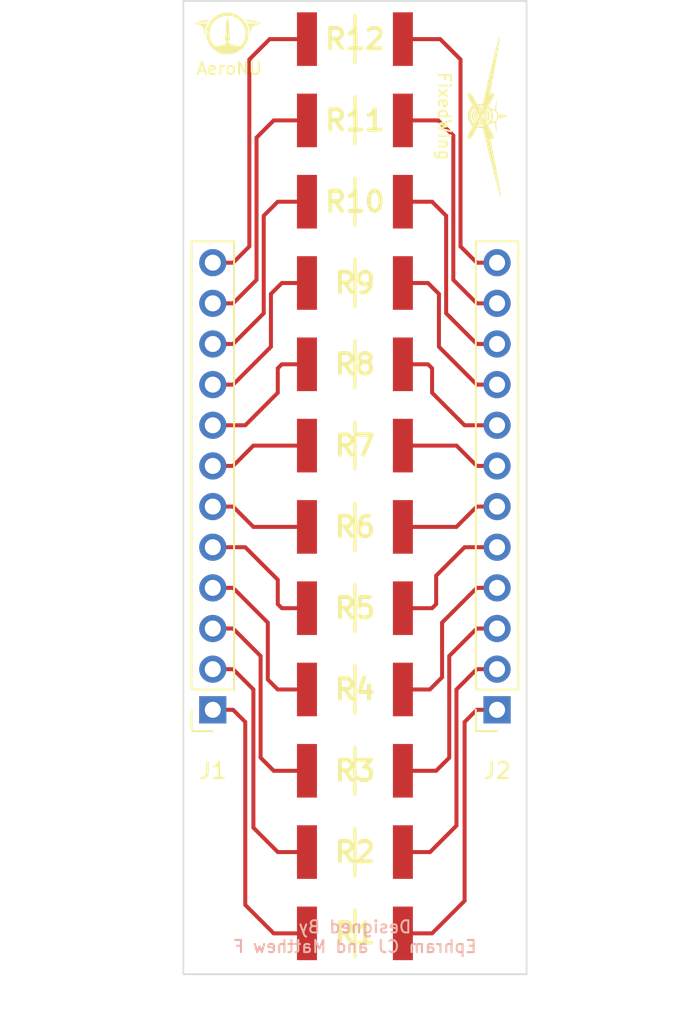
<source format=kicad_pcb>
(kicad_pcb (version 20221018) (generator pcbnew)
  (layers (0 "F.Cu" signal) (31 "B.Cu" signal) (34 "B.Paste" user) (35 "F.Paste" user) (36 "B.SilkS" user "B.Silkscreen") (37 "F.SilkS" user "F.Silkscreen") (38 "B.Mask" user) (39 "F.Mask" user) (44 "Edge.Cuts" user))
  (net 0 "")
  (net 1 "Net-(J1-Pin_1)")
  (net 2 "Net-(J1-Pin_2)")
  (net 3 "Net-(J1-Pin_3)")
  (net 4 "Net-(J1-Pin_4)")
  (net 5 "Net-(J1-Pin_5)")
  (net 6 "Net-(J1-Pin_6)")
  (net 7 "Net-(J1-Pin_7)")
  (net 8 "Net-(J1-Pin_8)")
  (net 9 "Net-(J1-Pin_9)")
  (net 10 "Net-(J1-Pin_10)")
  (net 11 "Net-(J1-Pin_11)")
  (net 12 "Net-(J1-Pin_12)")
  (net 13 "Net-(J2-Pin_1)")
  (net 14 "Net-(J2-Pin_2)")
  (net 15 "Net-(J2-Pin_3)")
  (net 16 "Net-(J2-Pin_4)")
  (net 17 "Net-(J2-Pin_5)")
  (net 18 "Net-(J2-Pin_6)")
  (net 19 "Net-(J2-Pin_7)")
  (net 20 "Net-(J2-Pin_8)")
  (net 21 "Net-(J2-Pin_9)")
  (net 22 "Net-(J2-Pin_10)")
  (net 23 "Net-(J2-Pin_11)")
  (net 24 "Net-(J2-Pin_12)")
  (footprint "FixedWing Symbols:RESC6332X70N" (layer "F.Cu") (at 161.29 97.79)
    (fp_text reference "R5" (at 0 0) (layer "F.SilkS") (effects (font (size 1.27 1.27) (thickness 0.254))))
    (fp_text value "33Ω" hide)
    (pad "1" smd rect (at -3 0) (size 1.25 3.35) (layers "F.Cu" "F.Paste" "F.Mask") (net 5 "Net-(J1-Pin_5)"))
    (pad "2" smd rect (at 3 0) (size 1.25 3.35) (layers "F.Cu" "F.Paste" "F.Mask") (net 17 "Net-(J2-Pin_5)"))
  )
  (footprint "FixedWing:AeroNU - Logo (Smol)" (layer "F.Cu") (at 153.456838 64.647988)
    (fp_text reference "AeroNU" hide)
    (fp_text value "LOGO" hide)
  )
  (footprint "FixedWing Symbols:RESC6332X70N" (layer "F.Cu") (at 161.29 82.55)
    (fp_text reference "R8" (at 0 0) (layer "F.SilkS") (effects (font (size 1.27 1.27) (thickness 0.254))))
    (fp_text value "33Ω" hide)
    (pad "1" smd rect (at -3 0) (size 1.25 3.35) (layers "F.Cu" "F.Paste" "F.Mask") (net 8 "Net-(J1-Pin_8)"))
    (pad "2" smd rect (at 3 0) (size 1.25 3.35) (layers "F.Cu" "F.Paste" "F.Mask") (net 20 "Net-(J2-Pin_8)"))
  )
  (footprint "Connector_PinSocket_2.54mm:PinSocket_1x12_P2.54mm_Vertical" (layer "F.Cu") (at 152.4 104.14 180)
    (fp_text reference "J1" (at 0 -3.81) (layer "F.SilkS"))
    (fp_text value "Conn_01x12")
    (pad "1" thru_hole rect (at 0 0 180) (size 1.7 1.7) (drill 1) (layers "*.Cu" "*.Mask") (net 1 "Net-(J1-Pin_1)"))
    (pad "2" thru_hole oval (at 0 2.54 180) (size 1.7 1.7) (drill 1) (layers "*.Cu" "*.Mask") (net 2 "Net-(J1-Pin_2)"))
    (pad "3" thru_hole oval (at 0 5.08 180) (size 1.7 1.7) (drill 1) (layers "*.Cu" "*.Mask") (net 3 "Net-(J1-Pin_3)"))
    (pad "4" thru_hole oval (at 0 7.62 180) (size 1.7 1.7) (drill 1) (layers "*.Cu" "*.Mask") (net 4 "Net-(J1-Pin_4)"))
    (pad "5" thru_hole oval (at 0 10.16 180) (size 1.7 1.7) (drill 1) (layers "*.Cu" "*.Mask") (net 5 "Net-(J1-Pin_5)"))
    (pad "6" thru_hole oval (at 0 12.7 180) (size 1.7 1.7) (drill 1) (layers "*.Cu" "*.Mask") (net 6 "Net-(J1-Pin_6)"))
    (pad "7" thru_hole oval (at 0 15.24 180) (size 1.7 1.7) (drill 1) (layers "*.Cu" "*.Mask") (net 7 "Net-(J1-Pin_7)"))
    (pad "8" thru_hole oval (at 0 17.78 180) (size 1.7 1.7) (drill 1) (layers "*.Cu" "*.Mask") (net 8 "Net-(J1-Pin_8)"))
    (pad "9" thru_hole oval (at 0 20.32 180) (size 1.7 1.7) (drill 1) (layers "*.Cu" "*.Mask") (net 9 "Net-(J1-Pin_9)"))
    (pad "10" thru_hole oval (at 0 22.86 180) (size 1.7 1.7) (drill 1) (layers "*.Cu" "*.Mask") (net 10 "Net-(J1-Pin_10)"))
    (pad "11" thru_hole oval (at 0 25.4 180) (size 1.7 1.7) (drill 1) (layers "*.Cu" "*.Mask") (net 11 "Net-(J1-Pin_11)"))
    (pad "12" thru_hole oval (at 0 27.94 180) (size 1.7 1.7) (drill 1) (layers "*.Cu" "*.Mask") (net 12 "Net-(J1-Pin_12)"))
  )
  (footprint "FixedWing Symbols:RESC6332X70N" (layer "F.Cu") (at 161.29 77.47)
    (fp_text reference "R9" (at 0 0) (layer "F.SilkS") (effects (font (size 1.27 1.27) (thickness 0.254))))
    (fp_text value "33Ω" hide)
    (pad "1" smd rect (at -3 0) (size 1.25 3.35) (layers "F.Cu" "F.Paste" "F.Mask") (net 9 "Net-(J1-Pin_9)"))
    (pad "2" smd rect (at 3 0) (size 1.25 3.35) (layers "F.Cu" "F.Paste" "F.Mask") (net 21 "Net-(J2-Pin_9)"))
  )
  (footprint "FixedWing Symbols:RESC6332X70N" (layer "F.Cu") (at 161.29 72.39)
    (fp_text reference "R10" (at 0 0) (layer "F.SilkS") (effects (font (size 1.27 1.27) (thickness 0.254))))
    (fp_text value "33Ω" hide)
    (pad "1" smd rect (at -3 0) (size 1.25 3.35) (layers "F.Cu" "F.Paste" "F.Mask") (net 10 "Net-(J1-Pin_10)"))
    (pad "2" smd rect (at 3 0) (size 1.25 3.35) (layers "F.Cu" "F.Paste" "F.Mask") (net 22 "Net-(J2-Pin_10)"))
  )
  (footprint "FixedWing Symbols:RESC6332X70N" (layer "F.Cu") (at 161.29 102.87)
    (fp_text reference "R4" (at 0 0) (layer "F.SilkS") (effects (font (size 1.27 1.27) (thickness 0.254))))
    (fp_text value "33Ω" hide)
    (pad "1" smd rect (at -3 0) (size 1.25 3.35) (layers "F.Cu" "F.Paste" "F.Mask") (net 4 "Net-(J1-Pin_4)"))
    (pad "2" smd rect (at 3 0) (size 1.25 3.35) (layers "F.Cu" "F.Paste" "F.Mask") (net 16 "Net-(J2-Pin_4)"))
  )
  (footprint "FixedWing Symbols:FixedWing - Logo (Smol)" (layer "F.Cu") (at 169.164 67.056 -90)
    (fp_text reference "FixedWing" (at 0 2.286 -90 unlocked) (layer "F.SilkS") (effects (font (size 0.75 0.75) (thickness 0.125))))
    (fp_text value "LOGO" hide)
  )
  (footprint "FixedWing Symbols:RESC6332X70N" (layer "F.Cu") (at 161.29 113.03)
    (fp_text reference "R2" (at 0 0) (layer "F.SilkS") (effects (font (size 1.27 1.27) (thickness 0.254))))
    (fp_text value "33Ω" hide)
    (pad "1" smd rect (at -3 0) (size 1.25 3.35) (layers "F.Cu" "F.Paste" "F.Mask") (net 2 "Net-(J1-Pin_2)"))
    (pad "2" smd rect (at 3 0) (size 1.25 3.35) (layers "F.Cu" "F.Paste" "F.Mask") (net 14 "Net-(J2-Pin_2)"))
  )
  (footprint "FixedWing Symbols:RESC6332X70N" (layer "F.Cu") (at 161.29 67.31)
    (fp_text reference "R11" (at 0 0) (layer "F.SilkS") (effects (font (size 1.27 1.27) (thickness 0.254))))
    (fp_text value "33Ω" hide)
    (pad "1" smd rect (at -3 0) (size 1.25 3.35) (layers "F.Cu" "F.Paste" "F.Mask") (net 11 "Net-(J1-Pin_11)"))
    (pad "2" smd rect (at 3 0) (size 1.25 3.35) (layers "F.Cu" "F.Paste" "F.Mask") (net 23 "Net-(J2-Pin_11)"))
  )
  (footprint "FixedWing Symbols:RESC6332X70N" (layer "F.Cu") (at 161.29 118.11)
    (fp_text reference "R1" (at 0 0) (layer "F.SilkS") (effects (font (size 1.27 1.27) (thickness 0.254))))
    (fp_text value "33Ω" hide)
    (pad "1" smd rect (at -3 0) (size 1.25 3.35) (layers "F.Cu" "F.Paste" "F.Mask") (net 1 "Net-(J1-Pin_1)"))
    (pad "2" smd rect (at 3 0) (size 1.25 3.35) (layers "F.Cu" "F.Paste" "F.Mask") (net 13 "Net-(J2-Pin_1)"))
  )
  (footprint "FixedWing Symbols:RESC6332X70N" (layer "F.Cu") (at 161.29 107.95)
    (fp_text reference "R3" (at 0 0) (layer "F.SilkS") (effects (font (size 1.27 1.27) (thickness 0.254))))
    (fp_text value "33Ω" hide)
    (pad "1" smd rect (at -3 0) (size 1.25 3.35) (layers "F.Cu" "F.Paste" "F.Mask") (net 3 "Net-(J1-Pin_3)"))
    (pad "2" smd rect (at 3 0) (size 1.25 3.35) (layers "F.Cu" "F.Paste" "F.Mask") (net 15 "Net-(J2-Pin_3)"))
  )
  (footprint "FixedWing Symbols:RESC6332X70N" (layer "F.Cu") (at 161.29 87.63)
    (fp_text reference "R7" (at 0 0) (layer "F.SilkS") (effects (font (size 1.27 1.27) (thickness 0.254))))
    (fp_text value "33Ω" hide)
    (pad "1" smd rect (at -3 0) (size 1.25 3.35) (layers "F.Cu" "F.Paste" "F.Mask") (net 7 "Net-(J1-Pin_7)"))
    (pad "2" smd rect (at 3 0) (size 1.25 3.35) (layers "F.Cu" "F.Paste" "F.Mask") (net 19 "Net-(J2-Pin_7)"))
  )
  (footprint "Connector_PinSocket_2.54mm:PinSocket_1x12_P2.54mm_Vertical" (layer "F.Cu") (at 170.18 104.14 180)
    (fp_text reference "J2" (at 0 -3.81) (layer "F.SilkS"))
    (fp_text value "Conn_01x12")
    (pad "1" thru_hole rect (at 0 0 180) (size 1.7 1.7) (drill 1) (layers "*.Cu" "*.Mask") (net 13 "Net-(J2-Pin_1)"))
    (pad "2" thru_hole oval (at 0 2.54 180) (size 1.7 1.7) (drill 1) (layers "*.Cu" "*.Mask") (net 14 "Net-(J2-Pin_2)"))
    (pad "3" thru_hole oval (at 0 5.08 180) (size 1.7 1.7) (drill 1) (layers "*.Cu" "*.Mask") (net 15 "Net-(J2-Pin_3)"))
    (pad "4" thru_hole oval (at 0 7.62 180) (size 1.7 1.7) (drill 1) (layers "*.Cu" "*.Mask") (net 16 "Net-(J2-Pin_4)"))
    (pad "5" thru_hole oval (at 0 10.16 180) (size 1.7 1.7) (drill 1) (layers "*.Cu" "*.Mask") (net 17 "Net-(J2-Pin_5)"))
    (pad "6" thru_hole oval (at 0 12.7 180) (size 1.7 1.7) (drill 1) (layers "*.Cu" "*.Mask") (net 18 "Net-(J2-Pin_6)"))
    (pad "7" thru_hole oval (at 0 15.24 180) (size 1.7 1.7) (drill 1) (layers "*.Cu" "*.Mask") (net 19 "Net-(J2-Pin_7)"))
    (pad "8" thru_hole oval (at 0 17.78 180) (size 1.7 1.7) (drill 1) (layers "*.Cu" "*.Mask") (net 20 "Net-(J2-Pin_8)"))
    (pad "9" thru_hole oval (at 0 20.32 180) (size 1.7 1.7) (drill 1) (layers "*.Cu" "*.Mask") (net 21 "Net-(J2-Pin_9)"))
    (pad "10" thru_hole oval (at 0 22.86 180) (size 1.7 1.7) (drill 1) (layers "*.Cu" "*.Mask") (net 22 "Net-(J2-Pin_10)"))
    (pad "11" thru_hole oval (at 0 25.4 180) (size 1.7 1.7) (drill 1) (layers "*.Cu" "*.Mask") (net 23 "Net-(J2-Pin_11)"))
    (pad "12" thru_hole oval (at 0 27.94 180) (size 1.7 1.7) (drill 1) (layers "*.Cu" "*.Mask") (net 24 "Net-(J2-Pin_12)"))
  )
  (footprint "FixedWing Symbols:RESC6332X70N" (layer "F.Cu") (at 161.29 62.23)
    (fp_text reference "R12" (at 0 0) (layer "F.SilkS") (effects (font (size 1.27 1.27) (thickness 0.254))))
    (fp_text value "33Ω" hide)
    (pad "1" smd rect (at -3 0) (size 1.25 3.35) (layers "F.Cu" "F.Paste" "F.Mask") (net 12 "Net-(J1-Pin_12)"))
    (pad "2" smd rect (at 3 0) (size 1.25 3.35) (layers "F.Cu" "F.Paste" "F.Mask") (net 24 "Net-(J2-Pin_12)"))
  )
  (footprint "FixedWing Symbols:RESC6332X70N" (layer "F.Cu") (at 161.29 92.71)
    (fp_text reference "R6" (at 0 0) (layer "F.SilkS") (effects (font (size 1.27 1.27) (thickness 0.254))))
    (fp_text value "33Ω" hide)
    (pad "1" smd rect (at -3 0) (size 1.25 3.35) (layers "F.Cu" "F.Paste" "F.Mask") (net 6 "Net-(J1-Pin_6)"))
    (pad "2" smd rect (at 3 0) (size 1.25 3.35) (layers "F.Cu" "F.Paste" "F.Mask") (net 18 "Net-(J2-Pin_6)"))
  )
  (gr_rect (start 150.560186 59.834981) (end 172.023186 120.667981) (stroke (width 0.1)) (fill none) (layer "Edge.Cuts"))
  (gr_text "Designed By\nEphram CJ and Matthew F" (at 161.29 119.38) (layer "B.SilkS") (effects (font (size 0.762 0.762) (thickness 0.127) bold) (justify bottom mirror)))
  (gr_text "AeroNU" (at 151.308289 64.516) (layer "F.SilkS") (effects (font (size 0.762 0.762) (thickness 0.127) bold) (justify left bottom)))
  (segment (start 156.21 118.11) (end 158.29 118.11) (width 0.25) (layer "F.Cu") (net 1))
  (segment (start 154.432 116.332) (end 156.21 118.11) (width 0.25) (layer "F.Cu") (net 1))
  (segment (start 153.67 104.14) (end 154.432 104.902) (width 0.25) (layer "F.Cu") (net 1))
  (segment (start 154.432 104.902) (end 154.432 116.332) (width 0.25) (layer "F.Cu") (net 1))
  (segment (start 152.4 104.14) (end 153.67 104.14) (width 0.25) (layer "F.Cu") (net 1))
  (segment (start 154.94 102.87) (end 154.94 111.506) (width 0.25) (layer "F.Cu") (net 2))
  (segment (start 154.94 111.506) (end 156.464 113.03) (width 0.25) (layer "F.Cu") (net 2))
  (segment (start 156.464 113.03) (end 158.29 113.03) (width 0.25) (layer "F.Cu") (net 2))
  (segment (start 153.67 101.6) (end 154.94 102.87) (width 0.25) (layer "F.Cu") (net 2))
  (segment (start 152.4 101.6) (end 153.67 101.6) (width 0.25) (layer "F.Cu") (net 2))
  (segment (start 153.67 99.06) (end 155.39 100.78) (width 0.25) (layer "F.Cu") (net 3))
  (segment (start 152.4 99.06) (end 153.67 99.06) (width 0.25) (layer "F.Cu") (net 3))
  (segment (start 156.21 107.95) (end 158.29 107.95) (width 0.25) (layer "F.Cu") (net 3))
  (segment (start 155.39 107.13) (end 156.21 107.95) (width 0.25) (layer "F.Cu") (net 3))
  (segment (start 155.39 100.78) (end 155.39 107.13) (width 0.25) (layer "F.Cu") (net 3))
  (segment (start 153.67 96.52) (end 155.84 98.69) (width 0.25) (layer "F.Cu") (net 4))
  (segment (start 155.84 98.69) (end 155.84 102.246) (width 0.25) (layer "F.Cu") (net 4))
  (segment (start 152.4 96.52) (end 153.67 96.52) (width 0.25) (layer "F.Cu") (net 4))
  (segment (start 155.84 102.246) (end 156.464 102.87) (width 0.25) (layer "F.Cu") (net 4))
  (segment (start 156.464 102.87) (end 158.29 102.87) (width 0.25) (layer "F.Cu") (net 4))
  (segment (start 156.718 97.79) (end 158.29 97.79) (width 0.25) (layer "F.Cu") (net 5))
  (segment (start 154.432 93.98) (end 156.464 96.012) (width 0.25) (layer "F.Cu") (net 5))
  (segment (start 156.464 96.012) (end 156.464 97.536) (width 0.25) (layer "F.Cu") (net 5))
  (segment (start 156.464 97.536) (end 156.718 97.79) (width 0.25) (layer "F.Cu") (net 5))
  (segment (start 152.4 93.98) (end 154.432 93.98) (width 0.25) (layer "F.Cu") (net 5))
  (segment (start 154.94 92.71) (end 158.29 92.71) (width 0.25) (layer "F.Cu") (net 6))
  (segment (start 153.67 91.44) (end 154.94 92.71) (width 0.25) (layer "F.Cu") (net 6))
  (segment (start 152.4 91.44) (end 153.67 91.44) (width 0.25) (layer "F.Cu") (net 6))
  (segment (start 154.94 87.63) (end 158.29 87.63) (width 0.25) (layer "F.Cu") (net 7))
  (segment (start 153.67 88.9) (end 154.94 87.63) (width 0.25) (layer "F.Cu") (net 7))
  (segment (start 152.4 88.9) (end 153.67 88.9) (width 0.25) (layer "F.Cu") (net 7))
  (segment (start 152.4 86.36) (end 154.432 86.36) (width 0.25) (layer "F.Cu") (net 8))
  (segment (start 154.432 86.36) (end 156.464 84.328) (width 0.25) (layer "F.Cu") (net 8))
  (segment (start 156.464 84.328) (end 156.464 82.804) (width 0.25) (layer "F.Cu") (net 8))
  (segment (start 156.464 82.804) (end 156.718 82.55) (width 0.25) (layer "F.Cu") (net 8))
  (segment (start 156.718 82.55) (end 158.29 82.55) (width 0.25) (layer "F.Cu") (net 8))
  (segment (start 152.4 83.82) (end 153.67 83.82) (width 0.25) (layer "F.Cu") (net 9))
  (segment (start 156.718 77.47) (end 158.29 77.47) (width 0.25) (layer "F.Cu") (net 9))
  (segment (start 156.036 78.152) (end 156.718 77.47) (width 0.25) (layer "F.Cu") (net 9))
  (segment (start 156.036 81.454) (end 156.036 78.152) (width 0.25) (layer "F.Cu") (net 9))
  (segment (start 153.67 83.82) (end 156.036 81.454) (width 0.25) (layer "F.Cu") (net 9))
  (segment (start 153.67 81.28) (end 155.586 79.364) (width 0.25) (layer "F.Cu") (net 10))
  (segment (start 155.586 73.268) (end 156.464 72.39) (width 0.25) (layer "F.Cu") (net 10))
  (segment (start 155.586 79.364) (end 155.586 73.268) (width 0.25) (layer "F.Cu") (net 10))
  (segment (start 152.4 81.28) (end 153.67 81.28) (width 0.25) (layer "F.Cu") (net 10))
  (segment (start 156.464 72.39) (end 158.29 72.39) (width 0.25) (layer "F.Cu") (net 10))
  (segment (start 156.21 67.31) (end 158.29 67.31) (width 0.25) (layer "F.Cu") (net 11))
  (segment (start 153.67 78.74) (end 155.136 77.274) (width 0.25) (layer "F.Cu") (net 11))
  (segment (start 155.136 77.274) (end 155.136 68.384) (width 0.25) (layer "F.Cu") (net 11))
  (segment (start 152.4 78.74) (end 153.67 78.74) (width 0.25) (layer "F.Cu") (net 11))
  (segment (start 155.136 68.384) (end 156.21 67.31) (width 0.25) (layer "F.Cu") (net 11))
  (segment (start 155.956 62.23) (end 158.29 62.23) (width 0.25) (layer "F.Cu") (net 12))
  (segment (start 154.686 75.184) (end 154.686 63.5) (width 0.25) (layer "F.Cu") (net 12))
  (segment (start 154.686 63.5) (end 155.956 62.23) (width 0.25) (layer "F.Cu") (net 12))
  (segment (start 152.4 76.2) (end 153.67 76.2) (width 0.25) (layer "F.Cu") (net 12))
  (segment (start 153.67 76.2) (end 154.686 75.184) (width 0.25) (layer "F.Cu") (net 12))
  (segment (start 168.148 116.078) (end 166.116 118.11) (width 0.25) (layer "F.Cu") (net 13))
  (segment (start 168.91 104.14) (end 168.148 104.902) (width 0.25) (layer "F.Cu") (net 13))
  (segment (start 170.18 104.14) (end 168.91 104.14) (width 0.25) (layer "F.Cu") (net 13))
  (segment (start 166.116 118.11) (end 164.29 118.11) (width 0.25) (layer "F.Cu") (net 13))
  (segment (start 168.148 104.902) (end 168.148 116.078) (width 0.25) (layer "F.Cu") (net 13))
  (segment (start 167.64 111.379) (end 165.989 113.03) (width 0.25) (layer "F.Cu") (net 14))
  (segment (start 165.989 113.03) (end 164.29 113.03) (width 0.25) (layer "F.Cu") (net 14))
  (segment (start 170.18 101.6) (end 168.91 101.6) (width 0.25) (layer "F.Cu") (net 14))
  (segment (start 167.64 102.87) (end 167.64 111.379) (width 0.25) (layer "F.Cu") (net 14))
  (segment (start 168.91 101.6) (end 167.64 102.87) (width 0.25) (layer "F.Cu") (net 14))
  (segment (start 167.19 100.78) (end 167.19 107.13) (width 0.25) (layer "F.Cu") (net 15))
  (segment (start 168.91 99.06) (end 167.19 100.78) (width 0.25) (layer "F.Cu") (net 15))
  (segment (start 166.37 107.95) (end 164.29 107.95) (width 0.25) (layer "F.Cu") (net 15))
  (segment (start 167.19 107.13) (end 166.37 107.95) (width 0.25) (layer "F.Cu") (net 15))
  (segment (start 170.18 99.06) (end 168.91 99.06) (width 0.25) (layer "F.Cu") (net 15))
  (segment (start 165.978 102.87) (end 164.29 102.87) (width 0.25) (layer "F.Cu") (net 16))
  (segment (start 170.18 96.52) (end 168.91 96.52) (width 0.25) (layer "F.Cu") (net 16))
  (segment (start 166.74 102.108) (end 165.978 102.87) (width 0.25) (layer "F.Cu") (net 16))
  (segment (start 166.74 98.69) (end 166.74 102.108) (width 0.25) (layer "F.Cu") (net 16))
  (segment (start 168.91 96.52) (end 166.74 98.69) (width 0.25) (layer "F.Cu") (net 16))
  (segment (start 170.18 93.98) (end 168.148 93.98) (width 0.25) (layer "F.Cu") (net 17))
  (segment (start 166.116 97.79) (end 164.29 97.79) (width 0.25) (layer "F.Cu") (net 17))
  (segment (start 168.148 93.98) (end 166.37 95.758) (width 0.25) (layer "F.Cu") (net 17))
  (segment (start 166.37 97.536) (end 166.116 97.79) (width 0.25) (layer "F.Cu") (net 17))
  (segment (start 166.37 95.758) (end 166.37 97.536) (width 0.25) (layer "F.Cu") (net 17))
  (segment (start 168.91 91.44) (end 167.64 92.71) (width 0.25) (layer "F.Cu") (net 18))
  (segment (start 167.64 92.71) (end 164.29 92.71) (width 0.25) (layer "F.Cu") (net 18))
  (segment (start 170.18 91.44) (end 168.91 91.44) (width 0.25) (layer "F.Cu") (net 18))
  (segment (start 170.18 88.9) (end 168.91 88.9) (width 0.25) (layer "F.Cu") (net 19))
  (segment (start 168.91 88.9) (end 167.64 87.63) (width 0.25) (layer "F.Cu") (net 19))
  (segment (start 167.64 87.63) (end 164.29 87.63) (width 0.25) (layer "F.Cu") (net 19))
  (segment (start 166.116 84.328) (end 166.116 82.804) (width 0.25) (layer "F.Cu") (net 20))
  (segment (start 168.148 86.36) (end 166.116 84.328) (width 0.25) (layer "F.Cu") (net 20))
  (segment (start 170.18 86.36) (end 168.148 86.36) (width 0.25) (layer "F.Cu") (net 20))
  (segment (start 165.862 82.55) (end 164.29 82.55) (width 0.25) (layer "F.Cu") (net 20))
  (segment (start 166.116 82.804) (end 165.862 82.55) (width 0.25) (layer "F.Cu") (net 20))
  (segment (start 168.91 83.82) (end 166.544 81.454) (width 0.25) (layer "F.Cu") (net 21))
  (segment (start 165.862 77.47) (end 164.29 77.47) (width 0.25) (layer "F.Cu") (net 21))
  (segment (start 166.544 81.454) (end 166.544 78.152) (width 0.25) (layer "F.Cu") (net 21))
  (segment (start 166.544 78.152) (end 165.862 77.47) (width 0.25) (layer "F.Cu") (net 21))
  (segment (start 170.18 83.82) (end 168.91 83.82) (width 0.25) (layer "F.Cu") (net 21))
  (segment (start 166.116 72.39) (end 164.29 72.39) (width 0.25) (layer "F.Cu") (net 22))
  (segment (start 168.91 81.28) (end 166.994 79.364) (width 0.25) (layer "F.Cu") (net 22))
  (segment (start 166.994 79.364) (end 166.994 73.268) (width 0.25) (layer "F.Cu") (net 22))
  (segment (start 166.994 73.268) (end 166.116 72.39) (width 0.25) (layer "F.Cu") (net 22))
  (segment (start 170.18 81.28) (end 168.91 81.28) (width 0.25) (layer "F.Cu") (net 22))
  (segment (start 166.497 67.31) (end 164.29 67.31) (width 0.25) (layer "F.Cu") (net 23))
  (segment (start 168.91 78.74) (end 167.444 77.274) (width 0.25) (layer "F.Cu") (net 23))
  (segment (start 167.444 77.274) (end 167.444 68.257) (width 0.25) (layer "F.Cu") (net 23))
  (segment (start 170.18 78.74) (end 168.91 78.74) (width 0.25) (layer "F.Cu") (net 23))
  (segment (start 167.444 68.257) (end 166.497 67.31) (width 0.25) (layer "F.Cu") (net 23))
  (segment (start 167.894 75.184) (end 167.894 63.5) (width 0.25) (layer "F.Cu") (net 24))
  (segment (start 170.18 76.2) (end 168.91 76.2) (width 0.25) (layer "F.Cu") (net 24))
  (segment (start 167.894 63.5) (end 166.624 62.23) (width 0.25) (layer "F.Cu") (net 24))
  (segment (start 168.91 76.2) (end 167.894 75.184) (width 0.25) (layer "F.Cu") (net 24))
  (segment (start 166.624 62.23) (end 164.29 62.23) (width 0.25) (layer "F.Cu") (net 24))
)
</source>
